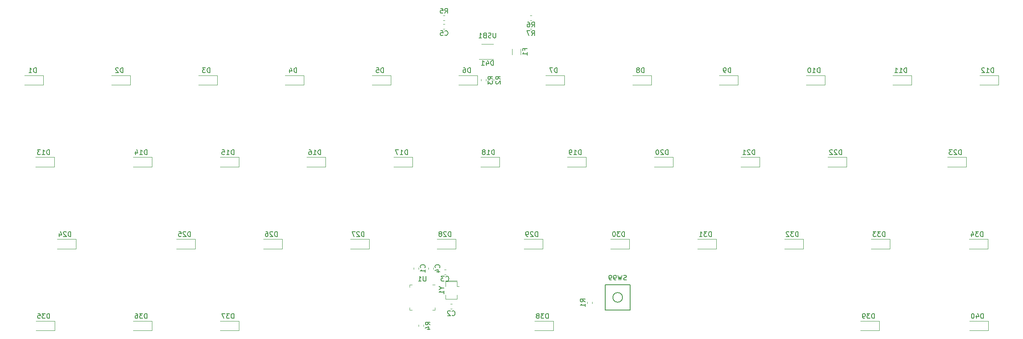
<source format=gbr>
%TF.GenerationSoftware,KiCad,Pcbnew,(5.99.0-9650-gad505e29c0)*%
%TF.CreationDate,2021-03-23T23:02:50-07:00*%
%TF.ProjectId,Choc40,43686f63-3430-42e6-9b69-6361645f7063,rev?*%
%TF.SameCoordinates,Original*%
%TF.FileFunction,Legend,Bot*%
%TF.FilePolarity,Positive*%
%FSLAX46Y46*%
G04 Gerber Fmt 4.6, Leading zero omitted, Abs format (unit mm)*
G04 Created by KiCad (PCBNEW (5.99.0-9650-gad505e29c0)) date 2021-03-23 23:02:50*
%MOMM*%
%LPD*%
G01*
G04 APERTURE LIST*
%ADD10C,0.150000*%
%ADD11C,0.120000*%
G04 APERTURE END LIST*
D10*
%TO.C,D34*%
X235714285Y-71852380D02*
X235714285Y-70852380D01*
X235476190Y-70852380D01*
X235333333Y-70900000D01*
X235238095Y-70995238D01*
X235190476Y-71090476D01*
X235142857Y-71280952D01*
X235142857Y-71423809D01*
X235190476Y-71614285D01*
X235238095Y-71709523D01*
X235333333Y-71804761D01*
X235476190Y-71852380D01*
X235714285Y-71852380D01*
X234809523Y-70852380D02*
X234190476Y-70852380D01*
X234523809Y-71233333D01*
X234380952Y-71233333D01*
X234285714Y-71280952D01*
X234238095Y-71328571D01*
X234190476Y-71423809D01*
X234190476Y-71661904D01*
X234238095Y-71757142D01*
X234285714Y-71804761D01*
X234380952Y-71852380D01*
X234666666Y-71852380D01*
X234761904Y-71804761D01*
X234809523Y-71757142D01*
X233333333Y-71185714D02*
X233333333Y-71852380D01*
X233571428Y-70804761D02*
X233809523Y-71519047D01*
X233190476Y-71519047D01*
%TO.C,USB1*%
X134738095Y-29617380D02*
X134738095Y-30426904D01*
X134690476Y-30522142D01*
X134642857Y-30569761D01*
X134547619Y-30617380D01*
X134357142Y-30617380D01*
X134261904Y-30569761D01*
X134214285Y-30522142D01*
X134166666Y-30426904D01*
X134166666Y-29617380D01*
X133738095Y-30569761D02*
X133595238Y-30617380D01*
X133357142Y-30617380D01*
X133261904Y-30569761D01*
X133214285Y-30522142D01*
X133166666Y-30426904D01*
X133166666Y-30331666D01*
X133214285Y-30236428D01*
X133261904Y-30188809D01*
X133357142Y-30141190D01*
X133547619Y-30093571D01*
X133642857Y-30045952D01*
X133690476Y-29998333D01*
X133738095Y-29903095D01*
X133738095Y-29807857D01*
X133690476Y-29712619D01*
X133642857Y-29665000D01*
X133547619Y-29617380D01*
X133309523Y-29617380D01*
X133166666Y-29665000D01*
X132404761Y-30093571D02*
X132261904Y-30141190D01*
X132214285Y-30188809D01*
X132166666Y-30284047D01*
X132166666Y-30426904D01*
X132214285Y-30522142D01*
X132261904Y-30569761D01*
X132357142Y-30617380D01*
X132738095Y-30617380D01*
X132738095Y-29617380D01*
X132404761Y-29617380D01*
X132309523Y-29665000D01*
X132261904Y-29712619D01*
X132214285Y-29807857D01*
X132214285Y-29903095D01*
X132261904Y-29998333D01*
X132309523Y-30045952D01*
X132404761Y-30093571D01*
X132738095Y-30093571D01*
X131214285Y-30617380D02*
X131785714Y-30617380D01*
X131500000Y-30617380D02*
X131500000Y-29617380D01*
X131595238Y-29760238D01*
X131690476Y-29855476D01*
X131785714Y-29903095D01*
%TO.C,D33*%
X215414285Y-71852380D02*
X215414285Y-70852380D01*
X215176190Y-70852380D01*
X215033333Y-70900000D01*
X214938095Y-70995238D01*
X214890476Y-71090476D01*
X214842857Y-71280952D01*
X214842857Y-71423809D01*
X214890476Y-71614285D01*
X214938095Y-71709523D01*
X215033333Y-71804761D01*
X215176190Y-71852380D01*
X215414285Y-71852380D01*
X214509523Y-70852380D02*
X213890476Y-70852380D01*
X214223809Y-71233333D01*
X214080952Y-71233333D01*
X213985714Y-71280952D01*
X213938095Y-71328571D01*
X213890476Y-71423809D01*
X213890476Y-71661904D01*
X213938095Y-71757142D01*
X213985714Y-71804761D01*
X214080952Y-71852380D01*
X214366666Y-71852380D01*
X214461904Y-71804761D01*
X214509523Y-71757142D01*
X213557142Y-70852380D02*
X212938095Y-70852380D01*
X213271428Y-71233333D01*
X213128571Y-71233333D01*
X213033333Y-71280952D01*
X212985714Y-71328571D01*
X212938095Y-71423809D01*
X212938095Y-71661904D01*
X212985714Y-71757142D01*
X213033333Y-71804761D01*
X213128571Y-71852380D01*
X213414285Y-71852380D01*
X213509523Y-71804761D01*
X213557142Y-71757142D01*
%TO.C,D21*%
X188414285Y-54852380D02*
X188414285Y-53852380D01*
X188176190Y-53852380D01*
X188033333Y-53900000D01*
X187938095Y-53995238D01*
X187890476Y-54090476D01*
X187842857Y-54280952D01*
X187842857Y-54423809D01*
X187890476Y-54614285D01*
X187938095Y-54709523D01*
X188033333Y-54804761D01*
X188176190Y-54852380D01*
X188414285Y-54852380D01*
X187461904Y-53947619D02*
X187414285Y-53900000D01*
X187319047Y-53852380D01*
X187080952Y-53852380D01*
X186985714Y-53900000D01*
X186938095Y-53947619D01*
X186890476Y-54042857D01*
X186890476Y-54138095D01*
X186938095Y-54280952D01*
X187509523Y-54852380D01*
X186890476Y-54852380D01*
X185938095Y-54852380D02*
X186509523Y-54852380D01*
X186223809Y-54852380D02*
X186223809Y-53852380D01*
X186319047Y-53995238D01*
X186414285Y-54090476D01*
X186509523Y-54138095D01*
%TO.C,D12*%
X237914285Y-37852380D02*
X237914285Y-36852380D01*
X237676190Y-36852380D01*
X237533333Y-36900000D01*
X237438095Y-36995238D01*
X237390476Y-37090476D01*
X237342857Y-37280952D01*
X237342857Y-37423809D01*
X237390476Y-37614285D01*
X237438095Y-37709523D01*
X237533333Y-37804761D01*
X237676190Y-37852380D01*
X237914285Y-37852380D01*
X236390476Y-37852380D02*
X236961904Y-37852380D01*
X236676190Y-37852380D02*
X236676190Y-36852380D01*
X236771428Y-36995238D01*
X236866666Y-37090476D01*
X236961904Y-37138095D01*
X236009523Y-36947619D02*
X235961904Y-36900000D01*
X235866666Y-36852380D01*
X235628571Y-36852380D01*
X235533333Y-36900000D01*
X235485714Y-36947619D01*
X235438095Y-37042857D01*
X235438095Y-37138095D01*
X235485714Y-37280952D01*
X236057142Y-37852380D01*
X235438095Y-37852380D01*
%TO.C,D11*%
X219914285Y-37852380D02*
X219914285Y-36852380D01*
X219676190Y-36852380D01*
X219533333Y-36900000D01*
X219438095Y-36995238D01*
X219390476Y-37090476D01*
X219342857Y-37280952D01*
X219342857Y-37423809D01*
X219390476Y-37614285D01*
X219438095Y-37709523D01*
X219533333Y-37804761D01*
X219676190Y-37852380D01*
X219914285Y-37852380D01*
X218390476Y-37852380D02*
X218961904Y-37852380D01*
X218676190Y-37852380D02*
X218676190Y-36852380D01*
X218771428Y-36995238D01*
X218866666Y-37090476D01*
X218961904Y-37138095D01*
X217438095Y-37852380D02*
X218009523Y-37852380D01*
X217723809Y-37852380D02*
X217723809Y-36852380D01*
X217819047Y-36995238D01*
X217914285Y-37090476D01*
X218009523Y-37138095D01*
%TO.C,D20*%
X170414285Y-54852380D02*
X170414285Y-53852380D01*
X170176190Y-53852380D01*
X170033333Y-53900000D01*
X169938095Y-53995238D01*
X169890476Y-54090476D01*
X169842857Y-54280952D01*
X169842857Y-54423809D01*
X169890476Y-54614285D01*
X169938095Y-54709523D01*
X170033333Y-54804761D01*
X170176190Y-54852380D01*
X170414285Y-54852380D01*
X169461904Y-53947619D02*
X169414285Y-53900000D01*
X169319047Y-53852380D01*
X169080952Y-53852380D01*
X168985714Y-53900000D01*
X168938095Y-53947619D01*
X168890476Y-54042857D01*
X168890476Y-54138095D01*
X168938095Y-54280952D01*
X169509523Y-54852380D01*
X168890476Y-54852380D01*
X168271428Y-53852380D02*
X168176190Y-53852380D01*
X168080952Y-53900000D01*
X168033333Y-53947619D01*
X167985714Y-54042857D01*
X167938095Y-54233333D01*
X167938095Y-54471428D01*
X167985714Y-54661904D01*
X168033333Y-54757142D01*
X168080952Y-54804761D01*
X168176190Y-54852380D01*
X168271428Y-54852380D01*
X168366666Y-54804761D01*
X168414285Y-54757142D01*
X168461904Y-54661904D01*
X168509523Y-54471428D01*
X168509523Y-54233333D01*
X168461904Y-54042857D01*
X168414285Y-53947619D01*
X168366666Y-53900000D01*
X168271428Y-53852380D01*
%TO.C,D13*%
X42164285Y-54852380D02*
X42164285Y-53852380D01*
X41926190Y-53852380D01*
X41783333Y-53900000D01*
X41688095Y-53995238D01*
X41640476Y-54090476D01*
X41592857Y-54280952D01*
X41592857Y-54423809D01*
X41640476Y-54614285D01*
X41688095Y-54709523D01*
X41783333Y-54804761D01*
X41926190Y-54852380D01*
X42164285Y-54852380D01*
X40640476Y-54852380D02*
X41211904Y-54852380D01*
X40926190Y-54852380D02*
X40926190Y-53852380D01*
X41021428Y-53995238D01*
X41116666Y-54090476D01*
X41211904Y-54138095D01*
X40307142Y-53852380D02*
X39688095Y-53852380D01*
X40021428Y-54233333D01*
X39878571Y-54233333D01*
X39783333Y-54280952D01*
X39735714Y-54328571D01*
X39688095Y-54423809D01*
X39688095Y-54661904D01*
X39735714Y-54757142D01*
X39783333Y-54804761D01*
X39878571Y-54852380D01*
X40164285Y-54852380D01*
X40259523Y-54804761D01*
X40307142Y-54757142D01*
%TO.C,C4*%
X123037142Y-78333333D02*
X123084761Y-78285714D01*
X123132380Y-78142857D01*
X123132380Y-78047619D01*
X123084761Y-77904761D01*
X122989523Y-77809523D01*
X122894285Y-77761904D01*
X122703809Y-77714285D01*
X122560952Y-77714285D01*
X122370476Y-77761904D01*
X122275238Y-77809523D01*
X122180000Y-77904761D01*
X122132380Y-78047619D01*
X122132380Y-78142857D01*
X122180000Y-78285714D01*
X122227619Y-78333333D01*
X122465714Y-79190476D02*
X123132380Y-79190476D01*
X122084761Y-78952380D02*
X122799047Y-78714285D01*
X122799047Y-79333333D01*
%TO.C,D18*%
X134414285Y-54852380D02*
X134414285Y-53852380D01*
X134176190Y-53852380D01*
X134033333Y-53900000D01*
X133938095Y-53995238D01*
X133890476Y-54090476D01*
X133842857Y-54280952D01*
X133842857Y-54423809D01*
X133890476Y-54614285D01*
X133938095Y-54709523D01*
X134033333Y-54804761D01*
X134176190Y-54852380D01*
X134414285Y-54852380D01*
X132890476Y-54852380D02*
X133461904Y-54852380D01*
X133176190Y-54852380D02*
X133176190Y-53852380D01*
X133271428Y-53995238D01*
X133366666Y-54090476D01*
X133461904Y-54138095D01*
X132319047Y-54280952D02*
X132414285Y-54233333D01*
X132461904Y-54185714D01*
X132509523Y-54090476D01*
X132509523Y-54042857D01*
X132461904Y-53947619D01*
X132414285Y-53900000D01*
X132319047Y-53852380D01*
X132128571Y-53852380D01*
X132033333Y-53900000D01*
X131985714Y-53947619D01*
X131938095Y-54042857D01*
X131938095Y-54090476D01*
X131985714Y-54185714D01*
X132033333Y-54233333D01*
X132128571Y-54280952D01*
X132319047Y-54280952D01*
X132414285Y-54328571D01*
X132461904Y-54376190D01*
X132509523Y-54471428D01*
X132509523Y-54661904D01*
X132461904Y-54757142D01*
X132414285Y-54804761D01*
X132319047Y-54852380D01*
X132128571Y-54852380D01*
X132033333Y-54804761D01*
X131985714Y-54757142D01*
X131938095Y-54661904D01*
X131938095Y-54471428D01*
X131985714Y-54376190D01*
X132033333Y-54328571D01*
X132128571Y-54280952D01*
%TO.C,R3*%
X134082380Y-39233333D02*
X133606190Y-38900000D01*
X134082380Y-38661904D02*
X133082380Y-38661904D01*
X133082380Y-39042857D01*
X133130000Y-39138095D01*
X133177619Y-39185714D01*
X133272857Y-39233333D01*
X133415714Y-39233333D01*
X133510952Y-39185714D01*
X133558571Y-39138095D01*
X133606190Y-39042857D01*
X133606190Y-38661904D01*
X133082380Y-39566666D02*
X133082380Y-40185714D01*
X133463333Y-39852380D01*
X133463333Y-39995238D01*
X133510952Y-40090476D01*
X133558571Y-40138095D01*
X133653809Y-40185714D01*
X133891904Y-40185714D01*
X133987142Y-40138095D01*
X134034761Y-40090476D01*
X134082380Y-39995238D01*
X134082380Y-39709523D01*
X134034761Y-39614285D01*
X133987142Y-39566666D01*
%TO.C,D31*%
X179414285Y-71852380D02*
X179414285Y-70852380D01*
X179176190Y-70852380D01*
X179033333Y-70900000D01*
X178938095Y-70995238D01*
X178890476Y-71090476D01*
X178842857Y-71280952D01*
X178842857Y-71423809D01*
X178890476Y-71614285D01*
X178938095Y-71709523D01*
X179033333Y-71804761D01*
X179176190Y-71852380D01*
X179414285Y-71852380D01*
X178509523Y-70852380D02*
X177890476Y-70852380D01*
X178223809Y-71233333D01*
X178080952Y-71233333D01*
X177985714Y-71280952D01*
X177938095Y-71328571D01*
X177890476Y-71423809D01*
X177890476Y-71661904D01*
X177938095Y-71757142D01*
X177985714Y-71804761D01*
X178080952Y-71852380D01*
X178366666Y-71852380D01*
X178461904Y-71804761D01*
X178509523Y-71757142D01*
X176938095Y-71852380D02*
X177509523Y-71852380D01*
X177223809Y-71852380D02*
X177223809Y-70852380D01*
X177319047Y-70995238D01*
X177414285Y-71090476D01*
X177509523Y-71138095D01*
%TO.C,R5*%
X124166666Y-25522380D02*
X124500000Y-25046190D01*
X124738095Y-25522380D02*
X124738095Y-24522380D01*
X124357142Y-24522380D01*
X124261904Y-24570000D01*
X124214285Y-24617619D01*
X124166666Y-24712857D01*
X124166666Y-24855714D01*
X124214285Y-24950952D01*
X124261904Y-24998571D01*
X124357142Y-25046190D01*
X124738095Y-25046190D01*
X123261904Y-24522380D02*
X123738095Y-24522380D01*
X123785714Y-24998571D01*
X123738095Y-24950952D01*
X123642857Y-24903333D01*
X123404761Y-24903333D01*
X123309523Y-24950952D01*
X123261904Y-24998571D01*
X123214285Y-25093809D01*
X123214285Y-25331904D01*
X123261904Y-25427142D01*
X123309523Y-25474761D01*
X123404761Y-25522380D01*
X123642857Y-25522380D01*
X123738095Y-25474761D01*
X123785714Y-25427142D01*
%TO.C,D8*%
X165438095Y-37852380D02*
X165438095Y-36852380D01*
X165200000Y-36852380D01*
X165057142Y-36900000D01*
X164961904Y-36995238D01*
X164914285Y-37090476D01*
X164866666Y-37280952D01*
X164866666Y-37423809D01*
X164914285Y-37614285D01*
X164961904Y-37709523D01*
X165057142Y-37804761D01*
X165200000Y-37852380D01*
X165438095Y-37852380D01*
X164295238Y-37280952D02*
X164390476Y-37233333D01*
X164438095Y-37185714D01*
X164485714Y-37090476D01*
X164485714Y-37042857D01*
X164438095Y-36947619D01*
X164390476Y-36900000D01*
X164295238Y-36852380D01*
X164104761Y-36852380D01*
X164009523Y-36900000D01*
X163961904Y-36947619D01*
X163914285Y-37042857D01*
X163914285Y-37090476D01*
X163961904Y-37185714D01*
X164009523Y-37233333D01*
X164104761Y-37280952D01*
X164295238Y-37280952D01*
X164390476Y-37328571D01*
X164438095Y-37376190D01*
X164485714Y-37471428D01*
X164485714Y-37661904D01*
X164438095Y-37757142D01*
X164390476Y-37804761D01*
X164295238Y-37852380D01*
X164104761Y-37852380D01*
X164009523Y-37804761D01*
X163961904Y-37757142D01*
X163914285Y-37661904D01*
X163914285Y-37471428D01*
X163961904Y-37376190D01*
X164009523Y-37328571D01*
X164104761Y-37280952D01*
%TO.C,C5*%
X124166666Y-30037142D02*
X124214285Y-30084761D01*
X124357142Y-30132380D01*
X124452380Y-30132380D01*
X124595238Y-30084761D01*
X124690476Y-29989523D01*
X124738095Y-29894285D01*
X124785714Y-29703809D01*
X124785714Y-29560952D01*
X124738095Y-29370476D01*
X124690476Y-29275238D01*
X124595238Y-29180000D01*
X124452380Y-29132380D01*
X124357142Y-29132380D01*
X124214285Y-29180000D01*
X124166666Y-29227619D01*
X123261904Y-29132380D02*
X123738095Y-29132380D01*
X123785714Y-29608571D01*
X123738095Y-29560952D01*
X123642857Y-29513333D01*
X123404761Y-29513333D01*
X123309523Y-29560952D01*
X123261904Y-29608571D01*
X123214285Y-29703809D01*
X123214285Y-29941904D01*
X123261904Y-30037142D01*
X123309523Y-30084761D01*
X123404761Y-30132380D01*
X123642857Y-30132380D01*
X123738095Y-30084761D01*
X123785714Y-30037142D01*
%TO.C,D29*%
X143414285Y-71852380D02*
X143414285Y-70852380D01*
X143176190Y-70852380D01*
X143033333Y-70900000D01*
X142938095Y-70995238D01*
X142890476Y-71090476D01*
X142842857Y-71280952D01*
X142842857Y-71423809D01*
X142890476Y-71614285D01*
X142938095Y-71709523D01*
X143033333Y-71804761D01*
X143176190Y-71852380D01*
X143414285Y-71852380D01*
X142461904Y-70947619D02*
X142414285Y-70900000D01*
X142319047Y-70852380D01*
X142080952Y-70852380D01*
X141985714Y-70900000D01*
X141938095Y-70947619D01*
X141890476Y-71042857D01*
X141890476Y-71138095D01*
X141938095Y-71280952D01*
X142509523Y-71852380D01*
X141890476Y-71852380D01*
X141414285Y-71852380D02*
X141223809Y-71852380D01*
X141128571Y-71804761D01*
X141080952Y-71757142D01*
X140985714Y-71614285D01*
X140938095Y-71423809D01*
X140938095Y-71042857D01*
X140985714Y-70947619D01*
X141033333Y-70900000D01*
X141128571Y-70852380D01*
X141319047Y-70852380D01*
X141414285Y-70900000D01*
X141461904Y-70947619D01*
X141509523Y-71042857D01*
X141509523Y-71280952D01*
X141461904Y-71376190D01*
X141414285Y-71423809D01*
X141319047Y-71471428D01*
X141128571Y-71471428D01*
X141033333Y-71423809D01*
X140985714Y-71376190D01*
X140938095Y-71280952D01*
%TO.C,R7*%
X142166666Y-30132380D02*
X142500000Y-29656190D01*
X142738095Y-30132380D02*
X142738095Y-29132380D01*
X142357142Y-29132380D01*
X142261904Y-29180000D01*
X142214285Y-29227619D01*
X142166666Y-29322857D01*
X142166666Y-29465714D01*
X142214285Y-29560952D01*
X142261904Y-29608571D01*
X142357142Y-29656190D01*
X142738095Y-29656190D01*
X141833333Y-29132380D02*
X141166666Y-29132380D01*
X141595238Y-30132380D01*
%TO.C,D2*%
X57438095Y-37852380D02*
X57438095Y-36852380D01*
X57200000Y-36852380D01*
X57057142Y-36900000D01*
X56961904Y-36995238D01*
X56914285Y-37090476D01*
X56866666Y-37280952D01*
X56866666Y-37423809D01*
X56914285Y-37614285D01*
X56961904Y-37709523D01*
X57057142Y-37804761D01*
X57200000Y-37852380D01*
X57438095Y-37852380D01*
X56485714Y-36947619D02*
X56438095Y-36900000D01*
X56342857Y-36852380D01*
X56104761Y-36852380D01*
X56009523Y-36900000D01*
X55961904Y-36947619D01*
X55914285Y-37042857D01*
X55914285Y-37138095D01*
X55961904Y-37280952D01*
X56533333Y-37852380D01*
X55914285Y-37852380D01*
%TO.C,D38*%
X145614285Y-88852380D02*
X145614285Y-87852380D01*
X145376190Y-87852380D01*
X145233333Y-87900000D01*
X145138095Y-87995238D01*
X145090476Y-88090476D01*
X145042857Y-88280952D01*
X145042857Y-88423809D01*
X145090476Y-88614285D01*
X145138095Y-88709523D01*
X145233333Y-88804761D01*
X145376190Y-88852380D01*
X145614285Y-88852380D01*
X144709523Y-87852380D02*
X144090476Y-87852380D01*
X144423809Y-88233333D01*
X144280952Y-88233333D01*
X144185714Y-88280952D01*
X144138095Y-88328571D01*
X144090476Y-88423809D01*
X144090476Y-88661904D01*
X144138095Y-88757142D01*
X144185714Y-88804761D01*
X144280952Y-88852380D01*
X144566666Y-88852380D01*
X144661904Y-88804761D01*
X144709523Y-88757142D01*
X143519047Y-88280952D02*
X143614285Y-88233333D01*
X143661904Y-88185714D01*
X143709523Y-88090476D01*
X143709523Y-88042857D01*
X143661904Y-87947619D01*
X143614285Y-87900000D01*
X143519047Y-87852380D01*
X143328571Y-87852380D01*
X143233333Y-87900000D01*
X143185714Y-87947619D01*
X143138095Y-88042857D01*
X143138095Y-88090476D01*
X143185714Y-88185714D01*
X143233333Y-88233333D01*
X143328571Y-88280952D01*
X143519047Y-88280952D01*
X143614285Y-88328571D01*
X143661904Y-88376190D01*
X143709523Y-88471428D01*
X143709523Y-88661904D01*
X143661904Y-88757142D01*
X143614285Y-88804761D01*
X143519047Y-88852380D01*
X143328571Y-88852380D01*
X143233333Y-88804761D01*
X143185714Y-88757142D01*
X143138095Y-88661904D01*
X143138095Y-88471428D01*
X143185714Y-88376190D01*
X143233333Y-88328571D01*
X143328571Y-88280952D01*
%TO.C,D16*%
X98414285Y-54852380D02*
X98414285Y-53852380D01*
X98176190Y-53852380D01*
X98033333Y-53900000D01*
X97938095Y-53995238D01*
X97890476Y-54090476D01*
X97842857Y-54280952D01*
X97842857Y-54423809D01*
X97890476Y-54614285D01*
X97938095Y-54709523D01*
X98033333Y-54804761D01*
X98176190Y-54852380D01*
X98414285Y-54852380D01*
X96890476Y-54852380D02*
X97461904Y-54852380D01*
X97176190Y-54852380D02*
X97176190Y-53852380D01*
X97271428Y-53995238D01*
X97366666Y-54090476D01*
X97461904Y-54138095D01*
X96033333Y-53852380D02*
X96223809Y-53852380D01*
X96319047Y-53900000D01*
X96366666Y-53947619D01*
X96461904Y-54090476D01*
X96509523Y-54280952D01*
X96509523Y-54661904D01*
X96461904Y-54757142D01*
X96414285Y-54804761D01*
X96319047Y-54852380D01*
X96128571Y-54852380D01*
X96033333Y-54804761D01*
X95985714Y-54757142D01*
X95938095Y-54661904D01*
X95938095Y-54423809D01*
X95985714Y-54328571D01*
X96033333Y-54280952D01*
X96128571Y-54233333D01*
X96319047Y-54233333D01*
X96414285Y-54280952D01*
X96461904Y-54328571D01*
X96509523Y-54423809D01*
%TO.C,D14*%
X62414285Y-54852380D02*
X62414285Y-53852380D01*
X62176190Y-53852380D01*
X62033333Y-53900000D01*
X61938095Y-53995238D01*
X61890476Y-54090476D01*
X61842857Y-54280952D01*
X61842857Y-54423809D01*
X61890476Y-54614285D01*
X61938095Y-54709523D01*
X62033333Y-54804761D01*
X62176190Y-54852380D01*
X62414285Y-54852380D01*
X60890476Y-54852380D02*
X61461904Y-54852380D01*
X61176190Y-54852380D02*
X61176190Y-53852380D01*
X61271428Y-53995238D01*
X61366666Y-54090476D01*
X61461904Y-54138095D01*
X60033333Y-54185714D02*
X60033333Y-54852380D01*
X60271428Y-53804761D02*
X60509523Y-54519047D01*
X59890476Y-54519047D01*
%TO.C,D26*%
X89414285Y-71852380D02*
X89414285Y-70852380D01*
X89176190Y-70852380D01*
X89033333Y-70900000D01*
X88938095Y-70995238D01*
X88890476Y-71090476D01*
X88842857Y-71280952D01*
X88842857Y-71423809D01*
X88890476Y-71614285D01*
X88938095Y-71709523D01*
X89033333Y-71804761D01*
X89176190Y-71852380D01*
X89414285Y-71852380D01*
X88461904Y-70947619D02*
X88414285Y-70900000D01*
X88319047Y-70852380D01*
X88080952Y-70852380D01*
X87985714Y-70900000D01*
X87938095Y-70947619D01*
X87890476Y-71042857D01*
X87890476Y-71138095D01*
X87938095Y-71280952D01*
X88509523Y-71852380D01*
X87890476Y-71852380D01*
X87033333Y-70852380D02*
X87223809Y-70852380D01*
X87319047Y-70900000D01*
X87366666Y-70947619D01*
X87461904Y-71090476D01*
X87509523Y-71280952D01*
X87509523Y-71661904D01*
X87461904Y-71757142D01*
X87414285Y-71804761D01*
X87319047Y-71852380D01*
X87128571Y-71852380D01*
X87033333Y-71804761D01*
X86985714Y-71757142D01*
X86938095Y-71661904D01*
X86938095Y-71423809D01*
X86985714Y-71328571D01*
X87033333Y-71280952D01*
X87128571Y-71233333D01*
X87319047Y-71233333D01*
X87414285Y-71280952D01*
X87461904Y-71328571D01*
X87509523Y-71423809D01*
%TO.C,R2*%
X135682380Y-39233333D02*
X135206190Y-38900000D01*
X135682380Y-38661904D02*
X134682380Y-38661904D01*
X134682380Y-39042857D01*
X134730000Y-39138095D01*
X134777619Y-39185714D01*
X134872857Y-39233333D01*
X135015714Y-39233333D01*
X135110952Y-39185714D01*
X135158571Y-39138095D01*
X135206190Y-39042857D01*
X135206190Y-38661904D01*
X134777619Y-39614285D02*
X134730000Y-39661904D01*
X134682380Y-39757142D01*
X134682380Y-39995238D01*
X134730000Y-40090476D01*
X134777619Y-40138095D01*
X134872857Y-40185714D01*
X134968095Y-40185714D01*
X135110952Y-40138095D01*
X135682380Y-39566666D01*
X135682380Y-40185714D01*
%TO.C,D36*%
X62414285Y-88852380D02*
X62414285Y-87852380D01*
X62176190Y-87852380D01*
X62033333Y-87900000D01*
X61938095Y-87995238D01*
X61890476Y-88090476D01*
X61842857Y-88280952D01*
X61842857Y-88423809D01*
X61890476Y-88614285D01*
X61938095Y-88709523D01*
X62033333Y-88804761D01*
X62176190Y-88852380D01*
X62414285Y-88852380D01*
X61509523Y-87852380D02*
X60890476Y-87852380D01*
X61223809Y-88233333D01*
X61080952Y-88233333D01*
X60985714Y-88280952D01*
X60938095Y-88328571D01*
X60890476Y-88423809D01*
X60890476Y-88661904D01*
X60938095Y-88757142D01*
X60985714Y-88804761D01*
X61080952Y-88852380D01*
X61366666Y-88852380D01*
X61461904Y-88804761D01*
X61509523Y-88757142D01*
X60033333Y-87852380D02*
X60223809Y-87852380D01*
X60319047Y-87900000D01*
X60366666Y-87947619D01*
X60461904Y-88090476D01*
X60509523Y-88280952D01*
X60509523Y-88661904D01*
X60461904Y-88757142D01*
X60414285Y-88804761D01*
X60319047Y-88852380D01*
X60128571Y-88852380D01*
X60033333Y-88804761D01*
X59985714Y-88757142D01*
X59938095Y-88661904D01*
X59938095Y-88423809D01*
X59985714Y-88328571D01*
X60033333Y-88280952D01*
X60128571Y-88233333D01*
X60319047Y-88233333D01*
X60414285Y-88280952D01*
X60461904Y-88328571D01*
X60509523Y-88423809D01*
%TO.C,R4*%
X121132380Y-90208333D02*
X120656190Y-89875000D01*
X121132380Y-89636904D02*
X120132380Y-89636904D01*
X120132380Y-90017857D01*
X120180000Y-90113095D01*
X120227619Y-90160714D01*
X120322857Y-90208333D01*
X120465714Y-90208333D01*
X120560952Y-90160714D01*
X120608571Y-90113095D01*
X120656190Y-90017857D01*
X120656190Y-89636904D01*
X120465714Y-91065476D02*
X121132380Y-91065476D01*
X120084761Y-90827380D02*
X120799047Y-90589285D01*
X120799047Y-91208333D01*
%TO.C,D6*%
X129438095Y-37852380D02*
X129438095Y-36852380D01*
X129200000Y-36852380D01*
X129057142Y-36900000D01*
X128961904Y-36995238D01*
X128914285Y-37090476D01*
X128866666Y-37280952D01*
X128866666Y-37423809D01*
X128914285Y-37614285D01*
X128961904Y-37709523D01*
X129057142Y-37804761D01*
X129200000Y-37852380D01*
X129438095Y-37852380D01*
X128009523Y-36852380D02*
X128200000Y-36852380D01*
X128295238Y-36900000D01*
X128342857Y-36947619D01*
X128438095Y-37090476D01*
X128485714Y-37280952D01*
X128485714Y-37661904D01*
X128438095Y-37757142D01*
X128390476Y-37804761D01*
X128295238Y-37852380D01*
X128104761Y-37852380D01*
X128009523Y-37804761D01*
X127961904Y-37757142D01*
X127914285Y-37661904D01*
X127914285Y-37423809D01*
X127961904Y-37328571D01*
X128009523Y-37280952D01*
X128104761Y-37233333D01*
X128295238Y-37233333D01*
X128390476Y-37280952D01*
X128438095Y-37328571D01*
X128485714Y-37423809D01*
%TO.C,D15*%
X80414285Y-54852380D02*
X80414285Y-53852380D01*
X80176190Y-53852380D01*
X80033333Y-53900000D01*
X79938095Y-53995238D01*
X79890476Y-54090476D01*
X79842857Y-54280952D01*
X79842857Y-54423809D01*
X79890476Y-54614285D01*
X79938095Y-54709523D01*
X80033333Y-54804761D01*
X80176190Y-54852380D01*
X80414285Y-54852380D01*
X78890476Y-54852380D02*
X79461904Y-54852380D01*
X79176190Y-54852380D02*
X79176190Y-53852380D01*
X79271428Y-53995238D01*
X79366666Y-54090476D01*
X79461904Y-54138095D01*
X77985714Y-53852380D02*
X78461904Y-53852380D01*
X78509523Y-54328571D01*
X78461904Y-54280952D01*
X78366666Y-54233333D01*
X78128571Y-54233333D01*
X78033333Y-54280952D01*
X77985714Y-54328571D01*
X77938095Y-54423809D01*
X77938095Y-54661904D01*
X77985714Y-54757142D01*
X78033333Y-54804761D01*
X78128571Y-54852380D01*
X78366666Y-54852380D01*
X78461904Y-54804761D01*
X78509523Y-54757142D01*
%TO.C,D17*%
X116414285Y-54852380D02*
X116414285Y-53852380D01*
X116176190Y-53852380D01*
X116033333Y-53900000D01*
X115938095Y-53995238D01*
X115890476Y-54090476D01*
X115842857Y-54280952D01*
X115842857Y-54423809D01*
X115890476Y-54614285D01*
X115938095Y-54709523D01*
X116033333Y-54804761D01*
X116176190Y-54852380D01*
X116414285Y-54852380D01*
X114890476Y-54852380D02*
X115461904Y-54852380D01*
X115176190Y-54852380D02*
X115176190Y-53852380D01*
X115271428Y-53995238D01*
X115366666Y-54090476D01*
X115461904Y-54138095D01*
X114557142Y-53852380D02*
X113890476Y-53852380D01*
X114319047Y-54852380D01*
%TO.C,R1*%
X153247380Y-85433333D02*
X152771190Y-85100000D01*
X153247380Y-84861904D02*
X152247380Y-84861904D01*
X152247380Y-85242857D01*
X152295000Y-85338095D01*
X152342619Y-85385714D01*
X152437857Y-85433333D01*
X152580714Y-85433333D01*
X152675952Y-85385714D01*
X152723571Y-85338095D01*
X152771190Y-85242857D01*
X152771190Y-84861904D01*
X153247380Y-86385714D02*
X153247380Y-85814285D01*
X153247380Y-86100000D02*
X152247380Y-86100000D01*
X152390238Y-86004761D01*
X152485476Y-85909523D01*
X152533095Y-85814285D01*
%TO.C,C2*%
X125666666Y-88187142D02*
X125714285Y-88234761D01*
X125857142Y-88282380D01*
X125952380Y-88282380D01*
X126095238Y-88234761D01*
X126190476Y-88139523D01*
X126238095Y-88044285D01*
X126285714Y-87853809D01*
X126285714Y-87710952D01*
X126238095Y-87520476D01*
X126190476Y-87425238D01*
X126095238Y-87330000D01*
X125952380Y-87282380D01*
X125857142Y-87282380D01*
X125714285Y-87330000D01*
X125666666Y-87377619D01*
X125285714Y-87377619D02*
X125238095Y-87330000D01*
X125142857Y-87282380D01*
X124904761Y-87282380D01*
X124809523Y-87330000D01*
X124761904Y-87377619D01*
X124714285Y-87472857D01*
X124714285Y-87568095D01*
X124761904Y-87710952D01*
X125333333Y-88282380D01*
X124714285Y-88282380D01*
%TO.C,D27*%
X107414285Y-71852380D02*
X107414285Y-70852380D01*
X107176190Y-70852380D01*
X107033333Y-70900000D01*
X106938095Y-70995238D01*
X106890476Y-71090476D01*
X106842857Y-71280952D01*
X106842857Y-71423809D01*
X106890476Y-71614285D01*
X106938095Y-71709523D01*
X107033333Y-71804761D01*
X107176190Y-71852380D01*
X107414285Y-71852380D01*
X106461904Y-70947619D02*
X106414285Y-70900000D01*
X106319047Y-70852380D01*
X106080952Y-70852380D01*
X105985714Y-70900000D01*
X105938095Y-70947619D01*
X105890476Y-71042857D01*
X105890476Y-71138095D01*
X105938095Y-71280952D01*
X106509523Y-71852380D01*
X105890476Y-71852380D01*
X105557142Y-70852380D02*
X104890476Y-70852380D01*
X105319047Y-71852380D01*
%TO.C,D41*%
X134234285Y-36332380D02*
X134234285Y-35332380D01*
X133996190Y-35332380D01*
X133853333Y-35380000D01*
X133758095Y-35475238D01*
X133710476Y-35570476D01*
X133662857Y-35760952D01*
X133662857Y-35903809D01*
X133710476Y-36094285D01*
X133758095Y-36189523D01*
X133853333Y-36284761D01*
X133996190Y-36332380D01*
X134234285Y-36332380D01*
X132805714Y-35665714D02*
X132805714Y-36332380D01*
X133043809Y-35284761D02*
X133281904Y-35999047D01*
X132662857Y-35999047D01*
X131758095Y-36332380D02*
X132329523Y-36332380D01*
X132043809Y-36332380D02*
X132043809Y-35332380D01*
X132139047Y-35475238D01*
X132234285Y-35570476D01*
X132329523Y-35618095D01*
%TO.C,C1*%
X119987142Y-78333333D02*
X120034761Y-78285714D01*
X120082380Y-78142857D01*
X120082380Y-78047619D01*
X120034761Y-77904761D01*
X119939523Y-77809523D01*
X119844285Y-77761904D01*
X119653809Y-77714285D01*
X119510952Y-77714285D01*
X119320476Y-77761904D01*
X119225238Y-77809523D01*
X119130000Y-77904761D01*
X119082380Y-78047619D01*
X119082380Y-78142857D01*
X119130000Y-78285714D01*
X119177619Y-78333333D01*
X120082380Y-79285714D02*
X120082380Y-78714285D01*
X120082380Y-79000000D02*
X119082380Y-79000000D01*
X119225238Y-78904761D01*
X119320476Y-78809523D01*
X119368095Y-78714285D01*
%TO.C,D23*%
X231214285Y-54852380D02*
X231214285Y-53852380D01*
X230976190Y-53852380D01*
X230833333Y-53900000D01*
X230738095Y-53995238D01*
X230690476Y-54090476D01*
X230642857Y-54280952D01*
X230642857Y-54423809D01*
X230690476Y-54614285D01*
X230738095Y-54709523D01*
X230833333Y-54804761D01*
X230976190Y-54852380D01*
X231214285Y-54852380D01*
X230261904Y-53947619D02*
X230214285Y-53900000D01*
X230119047Y-53852380D01*
X229880952Y-53852380D01*
X229785714Y-53900000D01*
X229738095Y-53947619D01*
X229690476Y-54042857D01*
X229690476Y-54138095D01*
X229738095Y-54280952D01*
X230309523Y-54852380D01*
X229690476Y-54852380D01*
X229357142Y-53852380D02*
X228738095Y-53852380D01*
X229071428Y-54233333D01*
X228928571Y-54233333D01*
X228833333Y-54280952D01*
X228785714Y-54328571D01*
X228738095Y-54423809D01*
X228738095Y-54661904D01*
X228785714Y-54757142D01*
X228833333Y-54804761D01*
X228928571Y-54852380D01*
X229214285Y-54852380D01*
X229309523Y-54804761D01*
X229357142Y-54757142D01*
%TO.C,D1*%
X39438095Y-37852380D02*
X39438095Y-36852380D01*
X39200000Y-36852380D01*
X39057142Y-36900000D01*
X38961904Y-36995238D01*
X38914285Y-37090476D01*
X38866666Y-37280952D01*
X38866666Y-37423809D01*
X38914285Y-37614285D01*
X38961904Y-37709523D01*
X39057142Y-37804761D01*
X39200000Y-37852380D01*
X39438095Y-37852380D01*
X37914285Y-37852380D02*
X38485714Y-37852380D01*
X38200000Y-37852380D02*
X38200000Y-36852380D01*
X38295238Y-36995238D01*
X38390476Y-37090476D01*
X38485714Y-37138095D01*
%TO.C,D24*%
X46614285Y-71852380D02*
X46614285Y-70852380D01*
X46376190Y-70852380D01*
X46233333Y-70900000D01*
X46138095Y-70995238D01*
X46090476Y-71090476D01*
X46042857Y-71280952D01*
X46042857Y-71423809D01*
X46090476Y-71614285D01*
X46138095Y-71709523D01*
X46233333Y-71804761D01*
X46376190Y-71852380D01*
X46614285Y-71852380D01*
X45661904Y-70947619D02*
X45614285Y-70900000D01*
X45519047Y-70852380D01*
X45280952Y-70852380D01*
X45185714Y-70900000D01*
X45138095Y-70947619D01*
X45090476Y-71042857D01*
X45090476Y-71138095D01*
X45138095Y-71280952D01*
X45709523Y-71852380D01*
X45090476Y-71852380D01*
X44233333Y-71185714D02*
X44233333Y-71852380D01*
X44471428Y-70804761D02*
X44709523Y-71519047D01*
X44090476Y-71519047D01*
%TO.C,D3*%
X75438095Y-37852380D02*
X75438095Y-36852380D01*
X75200000Y-36852380D01*
X75057142Y-36900000D01*
X74961904Y-36995238D01*
X74914285Y-37090476D01*
X74866666Y-37280952D01*
X74866666Y-37423809D01*
X74914285Y-37614285D01*
X74961904Y-37709523D01*
X75057142Y-37804761D01*
X75200000Y-37852380D01*
X75438095Y-37852380D01*
X74533333Y-36852380D02*
X73914285Y-36852380D01*
X74247619Y-37233333D01*
X74104761Y-37233333D01*
X74009523Y-37280952D01*
X73961904Y-37328571D01*
X73914285Y-37423809D01*
X73914285Y-37661904D01*
X73961904Y-37757142D01*
X74009523Y-37804761D01*
X74104761Y-37852380D01*
X74390476Y-37852380D01*
X74485714Y-37804761D01*
X74533333Y-37757142D01*
%TO.C,F1*%
X140748571Y-33166666D02*
X140748571Y-32833333D01*
X141272380Y-32833333D02*
X140272380Y-32833333D01*
X140272380Y-33309523D01*
X141272380Y-34214285D02*
X141272380Y-33642857D01*
X141272380Y-33928571D02*
X140272380Y-33928571D01*
X140415238Y-33833333D01*
X140510476Y-33738095D01*
X140558095Y-33642857D01*
%TO.C,D39*%
X213214285Y-88852380D02*
X213214285Y-87852380D01*
X212976190Y-87852380D01*
X212833333Y-87900000D01*
X212738095Y-87995238D01*
X212690476Y-88090476D01*
X212642857Y-88280952D01*
X212642857Y-88423809D01*
X212690476Y-88614285D01*
X212738095Y-88709523D01*
X212833333Y-88804761D01*
X212976190Y-88852380D01*
X213214285Y-88852380D01*
X212309523Y-87852380D02*
X211690476Y-87852380D01*
X212023809Y-88233333D01*
X211880952Y-88233333D01*
X211785714Y-88280952D01*
X211738095Y-88328571D01*
X211690476Y-88423809D01*
X211690476Y-88661904D01*
X211738095Y-88757142D01*
X211785714Y-88804761D01*
X211880952Y-88852380D01*
X212166666Y-88852380D01*
X212261904Y-88804761D01*
X212309523Y-88757142D01*
X211214285Y-88852380D02*
X211023809Y-88852380D01*
X210928571Y-88804761D01*
X210880952Y-88757142D01*
X210785714Y-88614285D01*
X210738095Y-88423809D01*
X210738095Y-88042857D01*
X210785714Y-87947619D01*
X210833333Y-87900000D01*
X210928571Y-87852380D01*
X211119047Y-87852380D01*
X211214285Y-87900000D01*
X211261904Y-87947619D01*
X211309523Y-88042857D01*
X211309523Y-88280952D01*
X211261904Y-88376190D01*
X211214285Y-88423809D01*
X211119047Y-88471428D01*
X210928571Y-88471428D01*
X210833333Y-88423809D01*
X210785714Y-88376190D01*
X210738095Y-88280952D01*
%TO.C,D37*%
X80414285Y-88852380D02*
X80414285Y-87852380D01*
X80176190Y-87852380D01*
X80033333Y-87900000D01*
X79938095Y-87995238D01*
X79890476Y-88090476D01*
X79842857Y-88280952D01*
X79842857Y-88423809D01*
X79890476Y-88614285D01*
X79938095Y-88709523D01*
X80033333Y-88804761D01*
X80176190Y-88852380D01*
X80414285Y-88852380D01*
X79509523Y-87852380D02*
X78890476Y-87852380D01*
X79223809Y-88233333D01*
X79080952Y-88233333D01*
X78985714Y-88280952D01*
X78938095Y-88328571D01*
X78890476Y-88423809D01*
X78890476Y-88661904D01*
X78938095Y-88757142D01*
X78985714Y-88804761D01*
X79080952Y-88852380D01*
X79366666Y-88852380D01*
X79461904Y-88804761D01*
X79509523Y-88757142D01*
X78557142Y-87852380D02*
X77890476Y-87852380D01*
X78319047Y-88852380D01*
%TO.C,D28*%
X125414285Y-71852380D02*
X125414285Y-70852380D01*
X125176190Y-70852380D01*
X125033333Y-70900000D01*
X124938095Y-70995238D01*
X124890476Y-71090476D01*
X124842857Y-71280952D01*
X124842857Y-71423809D01*
X124890476Y-71614285D01*
X124938095Y-71709523D01*
X125033333Y-71804761D01*
X125176190Y-71852380D01*
X125414285Y-71852380D01*
X124461904Y-70947619D02*
X124414285Y-70900000D01*
X124319047Y-70852380D01*
X124080952Y-70852380D01*
X123985714Y-70900000D01*
X123938095Y-70947619D01*
X123890476Y-71042857D01*
X123890476Y-71138095D01*
X123938095Y-71280952D01*
X124509523Y-71852380D01*
X123890476Y-71852380D01*
X123319047Y-71280952D02*
X123414285Y-71233333D01*
X123461904Y-71185714D01*
X123509523Y-71090476D01*
X123509523Y-71042857D01*
X123461904Y-70947619D01*
X123414285Y-70900000D01*
X123319047Y-70852380D01*
X123128571Y-70852380D01*
X123033333Y-70900000D01*
X122985714Y-70947619D01*
X122938095Y-71042857D01*
X122938095Y-71090476D01*
X122985714Y-71185714D01*
X123033333Y-71233333D01*
X123128571Y-71280952D01*
X123319047Y-71280952D01*
X123414285Y-71328571D01*
X123461904Y-71376190D01*
X123509523Y-71471428D01*
X123509523Y-71661904D01*
X123461904Y-71757142D01*
X123414285Y-71804761D01*
X123319047Y-71852380D01*
X123128571Y-71852380D01*
X123033333Y-71804761D01*
X122985714Y-71757142D01*
X122938095Y-71661904D01*
X122938095Y-71471428D01*
X122985714Y-71376190D01*
X123033333Y-71328571D01*
X123128571Y-71280952D01*
%TO.C,SW99*%
X161809523Y-80840761D02*
X161666666Y-80888380D01*
X161428571Y-80888380D01*
X161333333Y-80840761D01*
X161285714Y-80793142D01*
X161238095Y-80697904D01*
X161238095Y-80602666D01*
X161285714Y-80507428D01*
X161333333Y-80459809D01*
X161428571Y-80412190D01*
X161619047Y-80364571D01*
X161714285Y-80316952D01*
X161761904Y-80269333D01*
X161809523Y-80174095D01*
X161809523Y-80078857D01*
X161761904Y-79983619D01*
X161714285Y-79936000D01*
X161619047Y-79888380D01*
X161380952Y-79888380D01*
X161238095Y-79936000D01*
X160904761Y-79888380D02*
X160666666Y-80888380D01*
X160476190Y-80174095D01*
X160285714Y-80888380D01*
X160047619Y-79888380D01*
X159619047Y-80888380D02*
X159428571Y-80888380D01*
X159333333Y-80840761D01*
X159285714Y-80793142D01*
X159190476Y-80650285D01*
X159142857Y-80459809D01*
X159142857Y-80078857D01*
X159190476Y-79983619D01*
X159238095Y-79936000D01*
X159333333Y-79888380D01*
X159523809Y-79888380D01*
X159619047Y-79936000D01*
X159666666Y-79983619D01*
X159714285Y-80078857D01*
X159714285Y-80316952D01*
X159666666Y-80412190D01*
X159619047Y-80459809D01*
X159523809Y-80507428D01*
X159333333Y-80507428D01*
X159238095Y-80459809D01*
X159190476Y-80412190D01*
X159142857Y-80316952D01*
X158666666Y-80888380D02*
X158476190Y-80888380D01*
X158380952Y-80840761D01*
X158333333Y-80793142D01*
X158238095Y-80650285D01*
X158190476Y-80459809D01*
X158190476Y-80078857D01*
X158238095Y-79983619D01*
X158285714Y-79936000D01*
X158380952Y-79888380D01*
X158571428Y-79888380D01*
X158666666Y-79936000D01*
X158714285Y-79983619D01*
X158761904Y-80078857D01*
X158761904Y-80316952D01*
X158714285Y-80412190D01*
X158666666Y-80459809D01*
X158571428Y-80507428D01*
X158380952Y-80507428D01*
X158285714Y-80459809D01*
X158238095Y-80412190D01*
X158190476Y-80316952D01*
%TO.C,D22*%
X206414285Y-54852380D02*
X206414285Y-53852380D01*
X206176190Y-53852380D01*
X206033333Y-53900000D01*
X205938095Y-53995238D01*
X205890476Y-54090476D01*
X205842857Y-54280952D01*
X205842857Y-54423809D01*
X205890476Y-54614285D01*
X205938095Y-54709523D01*
X206033333Y-54804761D01*
X206176190Y-54852380D01*
X206414285Y-54852380D01*
X205461904Y-53947619D02*
X205414285Y-53900000D01*
X205319047Y-53852380D01*
X205080952Y-53852380D01*
X204985714Y-53900000D01*
X204938095Y-53947619D01*
X204890476Y-54042857D01*
X204890476Y-54138095D01*
X204938095Y-54280952D01*
X205509523Y-54852380D01*
X204890476Y-54852380D01*
X204509523Y-53947619D02*
X204461904Y-53900000D01*
X204366666Y-53852380D01*
X204128571Y-53852380D01*
X204033333Y-53900000D01*
X203985714Y-53947619D01*
X203938095Y-54042857D01*
X203938095Y-54138095D01*
X203985714Y-54280952D01*
X204557142Y-54852380D01*
X203938095Y-54852380D01*
%TO.C,D35*%
X42214285Y-88852380D02*
X42214285Y-87852380D01*
X41976190Y-87852380D01*
X41833333Y-87900000D01*
X41738095Y-87995238D01*
X41690476Y-88090476D01*
X41642857Y-88280952D01*
X41642857Y-88423809D01*
X41690476Y-88614285D01*
X41738095Y-88709523D01*
X41833333Y-88804761D01*
X41976190Y-88852380D01*
X42214285Y-88852380D01*
X41309523Y-87852380D02*
X40690476Y-87852380D01*
X41023809Y-88233333D01*
X40880952Y-88233333D01*
X40785714Y-88280952D01*
X40738095Y-88328571D01*
X40690476Y-88423809D01*
X40690476Y-88661904D01*
X40738095Y-88757142D01*
X40785714Y-88804761D01*
X40880952Y-88852380D01*
X41166666Y-88852380D01*
X41261904Y-88804761D01*
X41309523Y-88757142D01*
X39785714Y-87852380D02*
X40261904Y-87852380D01*
X40309523Y-88328571D01*
X40261904Y-88280952D01*
X40166666Y-88233333D01*
X39928571Y-88233333D01*
X39833333Y-88280952D01*
X39785714Y-88328571D01*
X39738095Y-88423809D01*
X39738095Y-88661904D01*
X39785714Y-88757142D01*
X39833333Y-88804761D01*
X39928571Y-88852380D01*
X40166666Y-88852380D01*
X40261904Y-88804761D01*
X40309523Y-88757142D01*
%TO.C,D4*%
X93438095Y-37852380D02*
X93438095Y-36852380D01*
X93200000Y-36852380D01*
X93057142Y-36900000D01*
X92961904Y-36995238D01*
X92914285Y-37090476D01*
X92866666Y-37280952D01*
X92866666Y-37423809D01*
X92914285Y-37614285D01*
X92961904Y-37709523D01*
X93057142Y-37804761D01*
X93200000Y-37852380D01*
X93438095Y-37852380D01*
X92009523Y-37185714D02*
X92009523Y-37852380D01*
X92247619Y-36804761D02*
X92485714Y-37519047D01*
X91866666Y-37519047D01*
%TO.C,Y1*%
X123476190Y-82523809D02*
X123952380Y-82523809D01*
X122952380Y-82190476D02*
X123476190Y-82523809D01*
X122952380Y-82857142D01*
X123952380Y-83714285D02*
X123952380Y-83142857D01*
X123952380Y-83428571D02*
X122952380Y-83428571D01*
X123095238Y-83333333D01*
X123190476Y-83238095D01*
X123238095Y-83142857D01*
%TO.C,D5*%
X111438095Y-37852380D02*
X111438095Y-36852380D01*
X111200000Y-36852380D01*
X111057142Y-36900000D01*
X110961904Y-36995238D01*
X110914285Y-37090476D01*
X110866666Y-37280952D01*
X110866666Y-37423809D01*
X110914285Y-37614285D01*
X110961904Y-37709523D01*
X111057142Y-37804761D01*
X111200000Y-37852380D01*
X111438095Y-37852380D01*
X109961904Y-36852380D02*
X110438095Y-36852380D01*
X110485714Y-37328571D01*
X110438095Y-37280952D01*
X110342857Y-37233333D01*
X110104761Y-37233333D01*
X110009523Y-37280952D01*
X109961904Y-37328571D01*
X109914285Y-37423809D01*
X109914285Y-37661904D01*
X109961904Y-37757142D01*
X110009523Y-37804761D01*
X110104761Y-37852380D01*
X110342857Y-37852380D01*
X110438095Y-37804761D01*
X110485714Y-37757142D01*
%TO.C,D40*%
X235814285Y-88852380D02*
X235814285Y-87852380D01*
X235576190Y-87852380D01*
X235433333Y-87900000D01*
X235338095Y-87995238D01*
X235290476Y-88090476D01*
X235242857Y-88280952D01*
X235242857Y-88423809D01*
X235290476Y-88614285D01*
X235338095Y-88709523D01*
X235433333Y-88804761D01*
X235576190Y-88852380D01*
X235814285Y-88852380D01*
X234385714Y-88185714D02*
X234385714Y-88852380D01*
X234623809Y-87804761D02*
X234861904Y-88519047D01*
X234242857Y-88519047D01*
X233671428Y-87852380D02*
X233576190Y-87852380D01*
X233480952Y-87900000D01*
X233433333Y-87947619D01*
X233385714Y-88042857D01*
X233338095Y-88233333D01*
X233338095Y-88471428D01*
X233385714Y-88661904D01*
X233433333Y-88757142D01*
X233480952Y-88804761D01*
X233576190Y-88852380D01*
X233671428Y-88852380D01*
X233766666Y-88804761D01*
X233814285Y-88757142D01*
X233861904Y-88661904D01*
X233909523Y-88471428D01*
X233909523Y-88233333D01*
X233861904Y-88042857D01*
X233814285Y-87947619D01*
X233766666Y-87900000D01*
X233671428Y-87852380D01*
%TO.C,D7*%
X147438095Y-37852380D02*
X147438095Y-36852380D01*
X147200000Y-36852380D01*
X147057142Y-36900000D01*
X146961904Y-36995238D01*
X146914285Y-37090476D01*
X146866666Y-37280952D01*
X146866666Y-37423809D01*
X146914285Y-37614285D01*
X146961904Y-37709523D01*
X147057142Y-37804761D01*
X147200000Y-37852380D01*
X147438095Y-37852380D01*
X146533333Y-36852380D02*
X145866666Y-36852380D01*
X146295238Y-37852380D01*
%TO.C,D19*%
X152414285Y-54852380D02*
X152414285Y-53852380D01*
X152176190Y-53852380D01*
X152033333Y-53900000D01*
X151938095Y-53995238D01*
X151890476Y-54090476D01*
X151842857Y-54280952D01*
X151842857Y-54423809D01*
X151890476Y-54614285D01*
X151938095Y-54709523D01*
X152033333Y-54804761D01*
X152176190Y-54852380D01*
X152414285Y-54852380D01*
X150890476Y-54852380D02*
X151461904Y-54852380D01*
X151176190Y-54852380D02*
X151176190Y-53852380D01*
X151271428Y-53995238D01*
X151366666Y-54090476D01*
X151461904Y-54138095D01*
X150414285Y-54852380D02*
X150223809Y-54852380D01*
X150128571Y-54804761D01*
X150080952Y-54757142D01*
X149985714Y-54614285D01*
X149938095Y-54423809D01*
X149938095Y-54042857D01*
X149985714Y-53947619D01*
X150033333Y-53900000D01*
X150128571Y-53852380D01*
X150319047Y-53852380D01*
X150414285Y-53900000D01*
X150461904Y-53947619D01*
X150509523Y-54042857D01*
X150509523Y-54280952D01*
X150461904Y-54376190D01*
X150414285Y-54423809D01*
X150319047Y-54471428D01*
X150128571Y-54471428D01*
X150033333Y-54423809D01*
X149985714Y-54376190D01*
X149938095Y-54280952D01*
%TO.C,D25*%
X71414285Y-71852380D02*
X71414285Y-70852380D01*
X71176190Y-70852380D01*
X71033333Y-70900000D01*
X70938095Y-70995238D01*
X70890476Y-71090476D01*
X70842857Y-71280952D01*
X70842857Y-71423809D01*
X70890476Y-71614285D01*
X70938095Y-71709523D01*
X71033333Y-71804761D01*
X71176190Y-71852380D01*
X71414285Y-71852380D01*
X70461904Y-70947619D02*
X70414285Y-70900000D01*
X70319047Y-70852380D01*
X70080952Y-70852380D01*
X69985714Y-70900000D01*
X69938095Y-70947619D01*
X69890476Y-71042857D01*
X69890476Y-71138095D01*
X69938095Y-71280952D01*
X70509523Y-71852380D01*
X69890476Y-71852380D01*
X68985714Y-70852380D02*
X69461904Y-70852380D01*
X69509523Y-71328571D01*
X69461904Y-71280952D01*
X69366666Y-71233333D01*
X69128571Y-71233333D01*
X69033333Y-71280952D01*
X68985714Y-71328571D01*
X68938095Y-71423809D01*
X68938095Y-71661904D01*
X68985714Y-71757142D01*
X69033333Y-71804761D01*
X69128571Y-71852380D01*
X69366666Y-71852380D01*
X69461904Y-71804761D01*
X69509523Y-71757142D01*
%TO.C,R6*%
X142166666Y-28382380D02*
X142500000Y-27906190D01*
X142738095Y-28382380D02*
X142738095Y-27382380D01*
X142357142Y-27382380D01*
X142261904Y-27430000D01*
X142214285Y-27477619D01*
X142166666Y-27572857D01*
X142166666Y-27715714D01*
X142214285Y-27810952D01*
X142261904Y-27858571D01*
X142357142Y-27906190D01*
X142738095Y-27906190D01*
X141309523Y-27382380D02*
X141500000Y-27382380D01*
X141595238Y-27430000D01*
X141642857Y-27477619D01*
X141738095Y-27620476D01*
X141785714Y-27810952D01*
X141785714Y-28191904D01*
X141738095Y-28287142D01*
X141690476Y-28334761D01*
X141595238Y-28382380D01*
X141404761Y-28382380D01*
X141309523Y-28334761D01*
X141261904Y-28287142D01*
X141214285Y-28191904D01*
X141214285Y-27953809D01*
X141261904Y-27858571D01*
X141309523Y-27810952D01*
X141404761Y-27763333D01*
X141595238Y-27763333D01*
X141690476Y-27810952D01*
X141738095Y-27858571D01*
X141785714Y-27953809D01*
%TO.C,D30*%
X161414285Y-71852380D02*
X161414285Y-70852380D01*
X161176190Y-70852380D01*
X161033333Y-70900000D01*
X160938095Y-70995238D01*
X160890476Y-71090476D01*
X160842857Y-71280952D01*
X160842857Y-71423809D01*
X160890476Y-71614285D01*
X160938095Y-71709523D01*
X161033333Y-71804761D01*
X161176190Y-71852380D01*
X161414285Y-71852380D01*
X160509523Y-70852380D02*
X159890476Y-70852380D01*
X160223809Y-71233333D01*
X160080952Y-71233333D01*
X159985714Y-71280952D01*
X159938095Y-71328571D01*
X159890476Y-71423809D01*
X159890476Y-71661904D01*
X159938095Y-71757142D01*
X159985714Y-71804761D01*
X160080952Y-71852380D01*
X160366666Y-71852380D01*
X160461904Y-71804761D01*
X160509523Y-71757142D01*
X159271428Y-70852380D02*
X159176190Y-70852380D01*
X159080952Y-70900000D01*
X159033333Y-70947619D01*
X158985714Y-71042857D01*
X158938095Y-71233333D01*
X158938095Y-71471428D01*
X158985714Y-71661904D01*
X159033333Y-71757142D01*
X159080952Y-71804761D01*
X159176190Y-71852380D01*
X159271428Y-71852380D01*
X159366666Y-71804761D01*
X159414285Y-71757142D01*
X159461904Y-71661904D01*
X159509523Y-71471428D01*
X159509523Y-71233333D01*
X159461904Y-71042857D01*
X159414285Y-70947619D01*
X159366666Y-70900000D01*
X159271428Y-70852380D01*
%TO.C,D10*%
X201914285Y-37852380D02*
X201914285Y-36852380D01*
X201676190Y-36852380D01*
X201533333Y-36900000D01*
X201438095Y-36995238D01*
X201390476Y-37090476D01*
X201342857Y-37280952D01*
X201342857Y-37423809D01*
X201390476Y-37614285D01*
X201438095Y-37709523D01*
X201533333Y-37804761D01*
X201676190Y-37852380D01*
X201914285Y-37852380D01*
X200390476Y-37852380D02*
X200961904Y-37852380D01*
X200676190Y-37852380D02*
X200676190Y-36852380D01*
X200771428Y-36995238D01*
X200866666Y-37090476D01*
X200961904Y-37138095D01*
X199771428Y-36852380D02*
X199676190Y-36852380D01*
X199580952Y-36900000D01*
X199533333Y-36947619D01*
X199485714Y-37042857D01*
X199438095Y-37233333D01*
X199438095Y-37471428D01*
X199485714Y-37661904D01*
X199533333Y-37757142D01*
X199580952Y-37804761D01*
X199676190Y-37852380D01*
X199771428Y-37852380D01*
X199866666Y-37804761D01*
X199914285Y-37757142D01*
X199961904Y-37661904D01*
X200009523Y-37471428D01*
X200009523Y-37233333D01*
X199961904Y-37042857D01*
X199914285Y-36947619D01*
X199866666Y-36900000D01*
X199771428Y-36852380D01*
%TO.C,U1*%
X120261904Y-80132380D02*
X120261904Y-80941904D01*
X120214285Y-81037142D01*
X120166666Y-81084761D01*
X120071428Y-81132380D01*
X119880952Y-81132380D01*
X119785714Y-81084761D01*
X119738095Y-81037142D01*
X119690476Y-80941904D01*
X119690476Y-80132380D01*
X118690476Y-81132380D02*
X119261904Y-81132380D01*
X118976190Y-81132380D02*
X118976190Y-80132380D01*
X119071428Y-80275238D01*
X119166666Y-80370476D01*
X119261904Y-80418095D01*
%TO.C,C3*%
X124366666Y-81037142D02*
X124414285Y-81084761D01*
X124557142Y-81132380D01*
X124652380Y-81132380D01*
X124795238Y-81084761D01*
X124890476Y-80989523D01*
X124938095Y-80894285D01*
X124985714Y-80703809D01*
X124985714Y-80560952D01*
X124938095Y-80370476D01*
X124890476Y-80275238D01*
X124795238Y-80180000D01*
X124652380Y-80132380D01*
X124557142Y-80132380D01*
X124414285Y-80180000D01*
X124366666Y-80227619D01*
X124033333Y-80132380D02*
X123414285Y-80132380D01*
X123747619Y-80513333D01*
X123604761Y-80513333D01*
X123509523Y-80560952D01*
X123461904Y-80608571D01*
X123414285Y-80703809D01*
X123414285Y-80941904D01*
X123461904Y-81037142D01*
X123509523Y-81084761D01*
X123604761Y-81132380D01*
X123890476Y-81132380D01*
X123985714Y-81084761D01*
X124033333Y-81037142D01*
%TO.C,D32*%
X197414285Y-71852380D02*
X197414285Y-70852380D01*
X197176190Y-70852380D01*
X197033333Y-70900000D01*
X196938095Y-70995238D01*
X196890476Y-71090476D01*
X196842857Y-71280952D01*
X196842857Y-71423809D01*
X196890476Y-71614285D01*
X196938095Y-71709523D01*
X197033333Y-71804761D01*
X197176190Y-71852380D01*
X197414285Y-71852380D01*
X196509523Y-70852380D02*
X195890476Y-70852380D01*
X196223809Y-71233333D01*
X196080952Y-71233333D01*
X195985714Y-71280952D01*
X195938095Y-71328571D01*
X195890476Y-71423809D01*
X195890476Y-71661904D01*
X195938095Y-71757142D01*
X195985714Y-71804761D01*
X196080952Y-71852380D01*
X196366666Y-71852380D01*
X196461904Y-71804761D01*
X196509523Y-71757142D01*
X195509523Y-70947619D02*
X195461904Y-70900000D01*
X195366666Y-70852380D01*
X195128571Y-70852380D01*
X195033333Y-70900000D01*
X194985714Y-70947619D01*
X194938095Y-71042857D01*
X194938095Y-71138095D01*
X194985714Y-71280952D01*
X195557142Y-71852380D01*
X194938095Y-71852380D01*
%TO.C,D9*%
X183438095Y-37852380D02*
X183438095Y-36852380D01*
X183200000Y-36852380D01*
X183057142Y-36900000D01*
X182961904Y-36995238D01*
X182914285Y-37090476D01*
X182866666Y-37280952D01*
X182866666Y-37423809D01*
X182914285Y-37614285D01*
X182961904Y-37709523D01*
X183057142Y-37804761D01*
X183200000Y-37852380D01*
X183438095Y-37852380D01*
X182390476Y-37852380D02*
X182200000Y-37852380D01*
X182104761Y-37804761D01*
X182057142Y-37757142D01*
X181961904Y-37614285D01*
X181914285Y-37423809D01*
X181914285Y-37042857D01*
X181961904Y-36947619D01*
X182009523Y-36900000D01*
X182104761Y-36852380D01*
X182295238Y-36852380D01*
X182390476Y-36900000D01*
X182438095Y-36947619D01*
X182485714Y-37042857D01*
X182485714Y-37280952D01*
X182438095Y-37376190D01*
X182390476Y-37423809D01*
X182295238Y-37471428D01*
X182104761Y-37471428D01*
X182009523Y-37423809D01*
X181961904Y-37376190D01*
X181914285Y-37280952D01*
D11*
%TO.C,D34*%
X236750000Y-72400000D02*
X236750000Y-74400000D01*
X236750000Y-72400000D02*
X232850000Y-72400000D01*
X236750000Y-74400000D02*
X232850000Y-74400000D01*
%TO.C,D33*%
X216450000Y-72400000D02*
X216450000Y-74400000D01*
X216450000Y-72400000D02*
X212550000Y-72400000D01*
X216450000Y-74400000D02*
X212550000Y-74400000D01*
%TO.C,D21*%
X189450000Y-57400000D02*
X185550000Y-57400000D01*
X189450000Y-55400000D02*
X185550000Y-55400000D01*
X189450000Y-55400000D02*
X189450000Y-57400000D01*
%TO.C,D12*%
X238950000Y-40400000D02*
X235050000Y-40400000D01*
X238950000Y-38400000D02*
X238950000Y-40400000D01*
X238950000Y-38400000D02*
X235050000Y-38400000D01*
%TO.C,D11*%
X220950000Y-38400000D02*
X217050000Y-38400000D01*
X220950000Y-38400000D02*
X220950000Y-40400000D01*
X220950000Y-40400000D02*
X217050000Y-40400000D01*
%TO.C,D20*%
X171450000Y-57400000D02*
X167550000Y-57400000D01*
X171450000Y-55400000D02*
X171450000Y-57400000D01*
X171450000Y-55400000D02*
X167550000Y-55400000D01*
%TO.C,D13*%
X43200000Y-55400000D02*
X43200000Y-57400000D01*
X43200000Y-55400000D02*
X39300000Y-55400000D01*
X43200000Y-57400000D02*
X39300000Y-57400000D01*
%TO.C,C4*%
X120740000Y-78662779D02*
X120740000Y-78337221D01*
X121760000Y-78662779D02*
X121760000Y-78337221D01*
%TO.C,D18*%
X135450000Y-55400000D02*
X131550000Y-55400000D01*
X135450000Y-57400000D02*
X131550000Y-57400000D01*
X135450000Y-55400000D02*
X135450000Y-57400000D01*
%TO.C,R3*%
X132710000Y-39562779D02*
X132710000Y-39237221D01*
X131690000Y-39562779D02*
X131690000Y-39237221D01*
%TO.C,D31*%
X180450000Y-72400000D02*
X176550000Y-72400000D01*
X180450000Y-72400000D02*
X180450000Y-74400000D01*
X180450000Y-74400000D02*
X176550000Y-74400000D01*
%TO.C,R5*%
X124162779Y-27010000D02*
X123837221Y-27010000D01*
X124162779Y-25990000D02*
X123837221Y-25990000D01*
%TO.C,D8*%
X166950000Y-38400000D02*
X166950000Y-40400000D01*
X166950000Y-38400000D02*
X163050000Y-38400000D01*
X166950000Y-40400000D02*
X163050000Y-40400000D01*
%TO.C,C5*%
X123837221Y-28760000D02*
X124162779Y-28760000D01*
X123837221Y-27740000D02*
X124162779Y-27740000D01*
%TO.C,D29*%
X144450000Y-72400000D02*
X144450000Y-74400000D01*
X144450000Y-72400000D02*
X140550000Y-72400000D01*
X144450000Y-74400000D02*
X140550000Y-74400000D01*
%TO.C,R7*%
X141837221Y-28760000D02*
X142162779Y-28760000D01*
X141837221Y-27740000D02*
X142162779Y-27740000D01*
%TO.C,D2*%
X58950000Y-40400000D02*
X55050000Y-40400000D01*
X58950000Y-38400000D02*
X58950000Y-40400000D01*
X58950000Y-38400000D02*
X55050000Y-38400000D01*
%TO.C,D38*%
X146650000Y-89400000D02*
X146650000Y-91400000D01*
X146650000Y-91400000D02*
X142750000Y-91400000D01*
X146650000Y-89400000D02*
X142750000Y-89400000D01*
%TO.C,D16*%
X99450000Y-55400000D02*
X99450000Y-57400000D01*
X99450000Y-57400000D02*
X95550000Y-57400000D01*
X99450000Y-55400000D02*
X95550000Y-55400000D01*
%TO.C,D14*%
X63450000Y-57400000D02*
X59550000Y-57400000D01*
X63450000Y-55400000D02*
X59550000Y-55400000D01*
X63450000Y-55400000D02*
X63450000Y-57400000D01*
%TO.C,D26*%
X90450000Y-72400000D02*
X86550000Y-72400000D01*
X90450000Y-72400000D02*
X90450000Y-74400000D01*
X90450000Y-74400000D02*
X86550000Y-74400000D01*
%TO.C,R2*%
X134310000Y-39562779D02*
X134310000Y-39237221D01*
X133290000Y-39562779D02*
X133290000Y-39237221D01*
%TO.C,D36*%
X63450000Y-89400000D02*
X59550000Y-89400000D01*
X63450000Y-91400000D02*
X59550000Y-91400000D01*
X63450000Y-89400000D02*
X63450000Y-91400000D01*
%TO.C,R4*%
X118740000Y-90537779D02*
X118740000Y-90212221D01*
X119760000Y-90537779D02*
X119760000Y-90212221D01*
%TO.C,D6*%
X130950000Y-38400000D02*
X130950000Y-40400000D01*
X130950000Y-40400000D02*
X127050000Y-40400000D01*
X130950000Y-38400000D02*
X127050000Y-38400000D01*
%TO.C,D15*%
X81450000Y-55400000D02*
X77550000Y-55400000D01*
X81450000Y-55400000D02*
X81450000Y-57400000D01*
X81450000Y-57400000D02*
X77550000Y-57400000D01*
%TO.C,D17*%
X117450000Y-57400000D02*
X113550000Y-57400000D01*
X117450000Y-55400000D02*
X113550000Y-55400000D01*
X117450000Y-55400000D02*
X117450000Y-57400000D01*
%TO.C,R1*%
X153715000Y-85437221D02*
X153715000Y-85762779D01*
X154735000Y-85437221D02*
X154735000Y-85762779D01*
%TO.C,C2*%
X125337221Y-85890000D02*
X125662779Y-85890000D01*
X125337221Y-86910000D02*
X125662779Y-86910000D01*
%TO.C,D27*%
X108450000Y-72400000D02*
X108450000Y-74400000D01*
X108450000Y-72400000D02*
X104550000Y-72400000D01*
X108450000Y-74400000D02*
X104550000Y-74400000D01*
%TO.C,D41*%
X134200000Y-35050000D02*
X131250000Y-35050000D01*
X131800000Y-31950000D02*
X134200000Y-31950000D01*
%TO.C,C1*%
X118710000Y-78662779D02*
X118710000Y-78337221D01*
X117690000Y-78662779D02*
X117690000Y-78337221D01*
%TO.C,D23*%
X232250000Y-55400000D02*
X228350000Y-55400000D01*
X232250000Y-55400000D02*
X232250000Y-57400000D01*
X232250000Y-57400000D02*
X228350000Y-57400000D01*
%TO.C,D1*%
X40950000Y-38400000D02*
X40950000Y-40400000D01*
X40950000Y-40400000D02*
X37050000Y-40400000D01*
X40950000Y-38400000D02*
X37050000Y-38400000D01*
%TO.C,D24*%
X47650000Y-74400000D02*
X43750000Y-74400000D01*
X47650000Y-72400000D02*
X47650000Y-74400000D01*
X47650000Y-72400000D02*
X43750000Y-72400000D01*
%TO.C,D3*%
X76950000Y-38400000D02*
X76950000Y-40400000D01*
X76950000Y-40400000D02*
X73050000Y-40400000D01*
X76950000Y-38400000D02*
X73050000Y-38400000D01*
%TO.C,F1*%
X138090000Y-34102064D02*
X138090000Y-32897936D01*
X139910000Y-34102064D02*
X139910000Y-32897936D01*
%TO.C,D39*%
X214250000Y-91400000D02*
X210350000Y-91400000D01*
X214250000Y-89400000D02*
X214250000Y-91400000D01*
X214250000Y-89400000D02*
X210350000Y-89400000D01*
%TO.C,D37*%
X81450000Y-89400000D02*
X81450000Y-91400000D01*
X81450000Y-91400000D02*
X77550000Y-91400000D01*
X81450000Y-89400000D02*
X77550000Y-89400000D01*
%TO.C,D28*%
X126450000Y-74400000D02*
X122550000Y-74400000D01*
X126450000Y-72400000D02*
X122550000Y-72400000D01*
X126450000Y-72400000D02*
X126450000Y-74400000D01*
D10*
%TO.C,SW99*%
X162600000Y-87100000D02*
X162600000Y-81900000D01*
X162600000Y-81900000D02*
X157400000Y-81900000D01*
X157400000Y-81900000D02*
X157400000Y-87100000D01*
X157400000Y-87100000D02*
X162600000Y-87100000D01*
X161000000Y-84500000D02*
G75*
G03*
X161000000Y-84500000I-1000000J0D01*
G01*
D11*
%TO.C,D22*%
X207450000Y-55400000D02*
X207450000Y-57400000D01*
X207450000Y-55400000D02*
X203550000Y-55400000D01*
X207450000Y-57400000D02*
X203550000Y-57400000D01*
%TO.C,D35*%
X43250000Y-89400000D02*
X43250000Y-91400000D01*
X43250000Y-91400000D02*
X39350000Y-91400000D01*
X43250000Y-89400000D02*
X39350000Y-89400000D01*
%TO.C,D4*%
X94950000Y-38400000D02*
X91050000Y-38400000D01*
X94950000Y-38400000D02*
X94950000Y-40400000D01*
X94950000Y-40400000D02*
X91050000Y-40400000D01*
%TO.C,Y1*%
X126300000Y-81200000D02*
X126700000Y-81200000D01*
X124300000Y-81200000D02*
X124300000Y-82200000D01*
X126700000Y-82200000D02*
X127100000Y-82200000D01*
X126700000Y-82200000D02*
X126700000Y-81200000D01*
X126300000Y-81000000D02*
X126700000Y-81000000D01*
X126700000Y-84800000D02*
X126700000Y-84000000D01*
X124300000Y-84000000D02*
X124300000Y-84800000D01*
X126300000Y-81200000D02*
X124300000Y-81200000D01*
X124300000Y-84800000D02*
X126300000Y-84800000D01*
X126300000Y-84800000D02*
X126700000Y-84800000D01*
X124300000Y-81000000D02*
X126300000Y-81000000D01*
%TO.C,D5*%
X112950000Y-38400000D02*
X112950000Y-40400000D01*
X112950000Y-40400000D02*
X109050000Y-40400000D01*
X112950000Y-38400000D02*
X109050000Y-38400000D01*
%TO.C,D40*%
X236850000Y-89400000D02*
X236850000Y-91400000D01*
X236850000Y-91400000D02*
X232950000Y-91400000D01*
X236850000Y-89400000D02*
X232950000Y-89400000D01*
%TO.C,D7*%
X148950000Y-40400000D02*
X145050000Y-40400000D01*
X148950000Y-38400000D02*
X148950000Y-40400000D01*
X148950000Y-38400000D02*
X145050000Y-38400000D01*
%TO.C,D19*%
X153450000Y-55400000D02*
X153450000Y-57400000D01*
X153450000Y-57400000D02*
X149550000Y-57400000D01*
X153450000Y-55400000D02*
X149550000Y-55400000D01*
%TO.C,D25*%
X72450000Y-74400000D02*
X68550000Y-74400000D01*
X72450000Y-72400000D02*
X68550000Y-72400000D01*
X72450000Y-72400000D02*
X72450000Y-74400000D01*
%TO.C,R6*%
X141837221Y-27010000D02*
X142162779Y-27010000D01*
X141837221Y-25990000D02*
X142162779Y-25990000D01*
%TO.C,D30*%
X162450000Y-74400000D02*
X158550000Y-74400000D01*
X162450000Y-72400000D02*
X158550000Y-72400000D01*
X162450000Y-72400000D02*
X162450000Y-74400000D01*
%TO.C,D10*%
X202950000Y-38400000D02*
X199050000Y-38400000D01*
X202950000Y-40400000D02*
X199050000Y-40400000D01*
X202950000Y-38400000D02*
X202950000Y-40400000D01*
%TO.C,U1*%
X117365000Y-81890000D02*
X116890000Y-81890000D01*
X116890000Y-81890000D02*
X116890000Y-82365000D01*
X117365000Y-87110000D02*
X116890000Y-87110000D01*
X122110000Y-87110000D02*
X122110000Y-86635000D01*
X116890000Y-87110000D02*
X116890000Y-86635000D01*
X121635000Y-81890000D02*
X122110000Y-81890000D01*
X121635000Y-87110000D02*
X122110000Y-87110000D01*
%TO.C,C3*%
X124037221Y-78740000D02*
X124362779Y-78740000D01*
X124037221Y-79760000D02*
X124362779Y-79760000D01*
%TO.C,D32*%
X198450000Y-72400000D02*
X198450000Y-74400000D01*
X198450000Y-74400000D02*
X194550000Y-74400000D01*
X198450000Y-72400000D02*
X194550000Y-72400000D01*
%TO.C,D9*%
X184950000Y-38400000D02*
X184950000Y-40400000D01*
X184950000Y-38400000D02*
X181050000Y-38400000D01*
X184950000Y-40400000D02*
X181050000Y-40400000D01*
%TD*%
M02*

</source>
